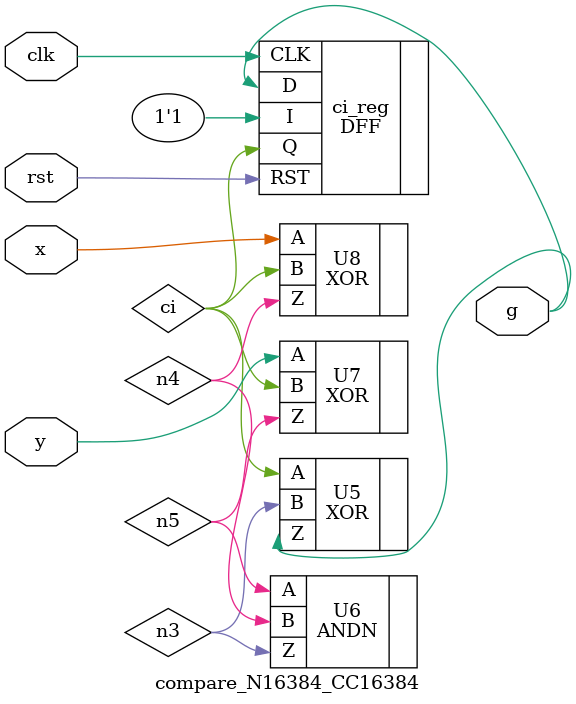
<source format=v>

module compare_N16384_CC16384 ( clk, rst, x, y, g );
  input [0:0] x;
  input [0:0] y;
  input clk, rst;
  output g;
  wire   ci, n3, n4, n5;

  DFF ci_reg ( .D(g), .CLK(clk), .RST(rst), .I(1'b1), .Q(ci) );
  XOR U5 ( .A(ci), .B(n3), .Z(g) );
  ANDN U6 ( .B(n4), .A(n5), .Z(n3) );
  XOR U7 ( .A(y[0]), .B(ci), .Z(n5) );
  XOR U8 ( .A(x[0]), .B(ci), .Z(n4) );
endmodule


</source>
